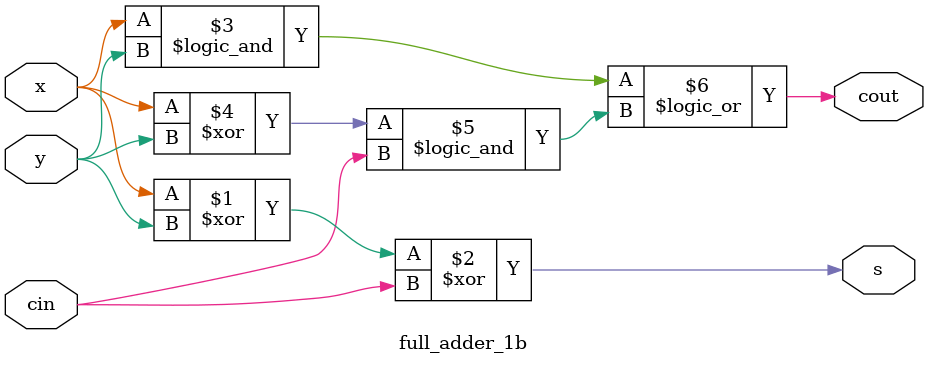
<source format=v>
/*
 *   1bit Full Adder Submodule for 8bit RCA
 *   201704150 Kangjun Heo
 */

module full_adder_1b(s, cout, x, y, cin);
    output s, cout;
    input  x, y, cin;
    
    wire   s, cout;
    
    // sum of x and y can be defined as x xor y xor cin
    assign s    = x ^ y ^ cin;

    // carry is calculated as (x and y) or ( (x xor y) and cin )
    assign cout = (x && y) || ( (x ^ y) && cin );
endmodule
</source>
